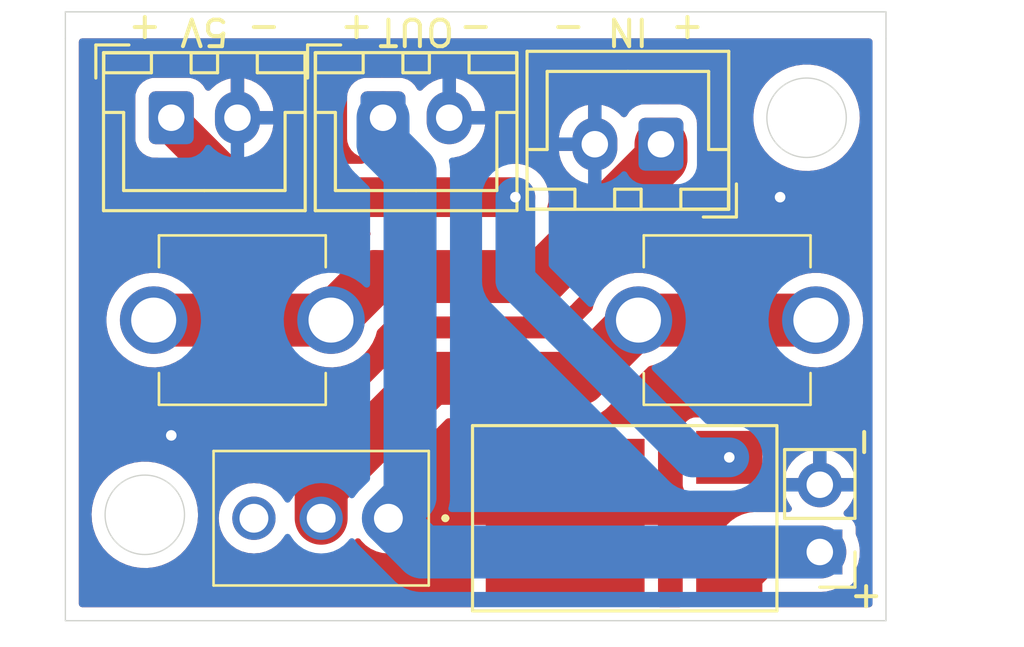
<source format=kicad_pcb>
(kicad_pcb (version 20211014) (generator pcbnew)
  (layers (0 "F.Cu" signal) (31 "B.Cu" signal) (34 "B.Paste" user) (35 "F.Paste" user) (36 "B.SilkS" user "B.Silkscreen") (37 "F.SilkS" user "F.Silkscreen") (38 "B.Mask" user) (39 "F.Mask" user) (44 "Edge.Cuts" user))
  (net 0 "")
  (net 1 "Net-(J2-Pad1)")
  (net 2 "Net-(J3-Pad1)")
  (net 3 "Net-(J1-Pad1)")
  (net 4 "Net-(J1-Pad2)")
  (net 5 "Net-(S1-Pad2)")
  (footprint "Connector_JST:JST_XH_B2B-XH-A_1x02_P2.50mm_Vertical" (layer "F.Cu") (at 118.5 73.5 180)
    (fp_text reference "J1")
    (fp_text value "Conn_01x02_Male")
    (fp_line (start 0.75 -1.7) (end 1.75 -1.7) (layer "F.SilkS") (width 0.12))
    (fp_line (start -1.6 -2.75) (end -2.85 -2.75) (layer "F.SilkS") (width 0.12))
    (fp_line (start -1.8 -0.2) (end -1.8 2.75) (layer "F.SilkS") (width 0.12))
    (fp_line (start -2.56 3.51) (end 5.06 3.51) (layer "F.SilkS") (width 0.12))
    (fp_line (start 4.3 2.75) (end 1.25 2.75) (layer "F.SilkS") (width 0.12))
    (fp_line (start 1.75 -2.45) (end 0.75 -2.45) (layer "F.SilkS") (width 0.12))
    (fp_line (start 5.05 -0.2) (end 4.3 -0.2) (layer "F.SilkS") (width 0.12))
    (fp_line (start 5.06 -2.46) (end -2.56 -2.46) (layer "F.SilkS") (width 0.12))
    (fp_line (start -0.75 -1.7) (end -0.75 -2.45) (layer "F.SilkS") (width 0.12))
    (fp_line (start -1.8 2.75) (end 1.25 2.75) (layer "F.SilkS") (width 0.12))
    (fp_line (start 3.25 -2.45) (end 3.25 -1.7) (layer "F.SilkS") (width 0.12))
    (fp_line (start -2.55 -1.7) (end -0.75 -1.7) (layer "F.SilkS") (width 0.12))
    (fp_line (start -0.75 -2.45) (end -2.55 -2.45) (layer "F.SilkS") (width 0.12))
    (fp_line (start -2.85 -2.75) (end -2.85 -1.5) (layer "F.SilkS") (width 0.12))
    (fp_line (start -2.55 -2.45) (end -2.55 -1.7) (layer "F.SilkS") (width 0.12))
    (fp_line (start 0.75 -2.45) (end 0.75 -1.7) (layer "F.SilkS") (width 0.12))
    (fp_line (start 5.05 -2.45) (end 3.25 -2.45) (layer "F.SilkS") (width 0.12))
    (fp_line (start -2.56 -2.46) (end -2.56 3.51) (layer "F.SilkS") (width 0.12))
    (fp_line (start 5.06 3.51) (end 5.06 -2.46) (layer "F.SilkS") (width 0.12))
    (fp_line (start 1.75 -1.7) (end 1.75 -2.45) (layer "F.SilkS") (width 0.12))
    (fp_line (start 5.05 -1.7) (end 5.05 -2.45) (layer "F.SilkS") (width 0.12))
    (fp_line (start 3.25 -1.7) (end 5.05 -1.7) (layer "F.SilkS") (width 0.12))
    (fp_line (start 4.3 -0.2) (end 4.3 2.75) (layer "F.SilkS") (width 0.12))
    (fp_line (start -2.55 -0.2) (end -1.8 -0.2) (layer "F.SilkS") (width 0.12))
    (pad "1" thru_hole roundrect locked (at 0 0 180) (size 1.7 2) (drill 1) (layers *.Cu *.Mask) (roundrect_rratio 0.1470588235) (net 3 "Net-(J1-Pad1)"))
    (pad "2" thru_hole oval locked (at 2.5 0 180) (size 1.7 2) (drill 1) (layers *.Cu *.Mask) (net 4 "Net-(J1-Pad2)"))
  )
  (footprint "Connector_JST:JST_XH_B2B-XH-A_1x02_P2.50mm_Vertical" (layer "F.Cu") (at 100 72.5)
    (fp_text reference "J2")
    (fp_text value "Conn_01x02_Female")
    (fp_line (start -1.8 -0.2) (end -1.8 2.75) (layer "F.SilkS") (width 0.12))
    (fp_line (start 3.25 -1.7) (end 5.05 -1.7) (layer "F.SilkS") (width 0.12))
    (fp_line (start -2.56 -2.46) (end -2.56 3.51) (layer "F.SilkS") (width 0.12))
    (fp_line (start 5.05 -1.7) (end 5.05 -2.45) (layer "F.SilkS") (width 0.12))
    (fp_line (start -2.85 -2.75) (end -2.85 -1.5) (layer "F.SilkS") (width 0.12))
    (fp_line (start 5.06 -2.46) (end -2.56 -2.46) (layer "F.SilkS") (width 0.12))
    (fp_line (start 3.25 -2.45) (end 3.25 -1.7) (layer "F.SilkS") (width 0.12))
    (fp_line (start -1.8 2.75) (end 1.25 2.75) (layer "F.SilkS") (width 0.12))
    (fp_line (start -2.56 3.51) (end 5.06 3.51) (layer "F.SilkS") (width 0.12))
    (fp_line (start 1.75 -1.7) (end 1.75 -2.45) (layer "F.SilkS") (width 0.12))
    (fp_line (start 5.06 3.51) (end 5.06 -2.46) (layer "F.SilkS") (width 0.12))
    (fp_line (start -0.75 -2.45) (end -2.55 -2.45) (layer "F.SilkS") (width 0.12))
    (fp_line (start -2.55 -2.45) (end -2.55 -1.7) (layer "F.SilkS") (width 0.12))
    (fp_line (start 4.3 2.75) (end 1.25 2.75) (layer "F.SilkS") (width 0.12))
    (fp_line (start 4.3 -0.2) (end 4.3 2.75) (layer "F.SilkS") (width 0.12))
    (fp_line (start -0.75 -1.7) (end -0.75 -2.45) (layer "F.SilkS") (width 0.12))
    (fp_line (start 5.05 -2.45) (end 3.25 -2.45) (layer "F.SilkS") (width 0.12))
    (fp_line (start -2.55 -1.7) (end -0.75 -1.7) (layer "F.SilkS") (width 0.12))
    (fp_line (start 1.75 -2.45) (end 0.75 -2.45) (layer "F.SilkS") (width 0.12))
    (fp_line (start 0.75 -1.7) (end 1.75 -1.7) (layer "F.SilkS") (width 0.12))
    (fp_line (start -1.6 -2.75) (end -2.85 -2.75) (layer "F.SilkS") (width 0.12))
    (fp_line (start -2.55 -0.2) (end -1.8 -0.2) (layer "F.SilkS") (width 0.12))
    (fp_line (start 5.05 -0.2) (end 4.3 -0.2) (layer "F.SilkS") (width 0.12))
    (fp_line (start 0.75 -2.45) (end 0.75 -1.7) (layer "F.SilkS") (width 0.12))
    (pad "1" thru_hole roundrect locked (at 0 0) (size 1.7 2) (drill 1) (layers *.Cu *.Mask) (roundrect_rratio 0.1470588235) (net 1 "Net-(J2-Pad1)"))
    (pad "2" thru_hole oval locked (at 2.5 0) (size 1.7 2) (drill 1) (layers *.Cu *.Mask) (net 4 "Net-(J1-Pad2)"))
  )
  (footprint "Connector_JST:JST_XH_B2B-XH-A_1x02_P2.50mm_Vertical" (layer "F.Cu") (at 108 72.5)
    (fp_text reference "J3")
    (fp_text value "Conn_01x02_Female")
    (fp_line (start 3.25 -1.7) (end 5.05 -1.7) (layer "F.SilkS") (width 0.12))
    (fp_line (start 5.05 -2.45) (end 3.25 -2.45) (layer "F.SilkS") (width 0.12))
    (fp_line (start -2.85 -2.75) (end -2.85 -1.5) (layer "F.SilkS") (width 0.12))
    (fp_line (start 0.75 -1.7) (end 1.75 -1.7) (layer "F.SilkS") (width 0.12))
    (fp_line (start 4.3 -0.2) (end 4.3 2.75) (layer "F.SilkS") (width 0.12))
    (fp_line (start 5.05 -1.7) (end 5.05 -2.45) (layer "F.SilkS") (width 0.12))
    (fp_line (start 4.3 2.75) (end 1.25 2.75) (layer "F.SilkS") (width 0.12))
    (fp_line (start 1.75 -2.45) (end 0.75 -2.45) (layer "F.SilkS") (width 0.12))
    (fp_line (start -2.56 -2.46) (end -2.56 3.51) (layer "F.SilkS") (width 0.12))
    (fp_line (start 3.25 -2.45) (end 3.25 -1.7) (layer "F.SilkS") (width 0.12))
    (fp_line (start -1.8 -0.2) (end -1.8 2.75) (layer "F.SilkS") (width 0.12))
    (fp_line (start 0.75 -2.45) (end 0.75 -1.7) (layer "F.SilkS") (width 0.12))
    (fp_line (start -2.56 3.51) (end 5.06 3.51) (layer "F.SilkS") (width 0.12))
    (fp_line (start -2.55 -2.45) (end -2.55 -1.7) (layer "F.SilkS") (width 0.12))
    (fp_line (start -0.75 -2.45) (end -2.55 -2.45) (layer "F.SilkS") (width 0.12))
    (fp_line (start -1.6 -2.75) (end -2.85 -2.75) (layer "F.SilkS") (width 0.12))
    (fp_line (start -0.75 -1.7) (end -0.75 -2.45) (layer "F.SilkS") (width 0.12))
    (fp_line (start -2.55 -1.7) (end -0.75 -1.7) (layer "F.SilkS") (width 0.12))
    (fp_line (start 5.05 -0.2) (end 4.3 -0.2) (layer "F.SilkS") (width 0.12))
    (fp_line (start 1.75 -1.7) (end 1.75 -2.45) (layer "F.SilkS") (width 0.12))
    (fp_line (start 5.06 3.51) (end 5.06 -2.46) (layer "F.SilkS") (width 0.12))
    (fp_line (start -2.55 -0.2) (end -1.8 -0.2) (layer "F.SilkS") (width 0.12))
    (fp_line (start 5.06 -2.46) (end -2.56 -2.46) (layer "F.SilkS") (width 0.12))
    (fp_line (start -1.8 2.75) (end 1.25 2.75) (layer "F.SilkS") (width 0.12))
    (pad "1" thru_hole roundrect locked (at 0 0) (size 1.7 2) (drill 1) (layers *.Cu *.Mask) (roundrect_rratio 0.1470588235) (net 2 "Net-(J3-Pad1)"))
    (pad "2" thru_hole oval locked (at 2.5 0) (size 1.7 2) (drill 1) (layers *.Cu *.Mask) (net 4 "Net-(J1-Pad2)"))
  )
  (footprint "SamacSys_Parts:2MS1T1B4M2QES" (layer "F.Cu") (at 108.2025 87.63 90)
    (fp_text reference "S1")
    (fp_text value "2MS1T1B4M2QES" hide)
    (fp_line (start -2.54 1.525) (end 2.54 1.525) (layer "F.SilkS") (width 0.1))
    (fp_line (start -2.54 -6.605) (end -2.54 1.525) (layer "F.SilkS") (width 0.1))
    (fp_line (start 0 2.1) (end 0 2.1) (layer "F.SilkS") (width 0.2))
    (fp_line (start 0 2.2) (end 0 2.2) (layer "F.SilkS") (width 0.2))
    (fp_line (start 2.54 -6.605) (end -2.54 -6.605) (layer "F.SilkS") (width 0.1))
    (fp_line (start 2.54 1.525) (end 2.54 -6.605) (layer "F.SilkS") (width 0.1))
    (fp_line (start 0 2.2) (end 0 2.2) (layer "F.SilkS") (width 0.2))
    (fp_arc (start 0 2.1) (mid 0.05 2.15) (end 0 2.2) (layer "F.SilkS") (width 0.2))
    (fp_arc (start 0 2.1) (mid 0.05 2.15) (end 0 2.2) (layer "F.SilkS") (width 0.2))
    (fp_arc (start 0 2.2) (mid -0.05 2.15) (end 0 2.1) (layer "F.SilkS") (width 0.2))
    (pad "1" thru_hole circle locked (at 0 0 90) (size 1.635 1.635) (drill 1.09) (layers *.Cu *.Mask) (net 2 "Net-(J3-Pad1)"))
    (pad "2" thru_hole circle locked (at 0 -2.54 90) (size 1.635 1.635) (drill 1.09) (layers *.Cu *.Mask) (net 5 "Net-(S1-Pad2)"))
    (pad "3" thru_hole circle locked (at 0 -5.08 90) (size 1.635 1.635) (drill 1.09) (layers *.Cu *.Mask))
  )
  (footprint "SamacSys_Parts:FUC03A" (layer "F.Cu") (at 99.335 80.145)
    (fp_text reference "U1")
    (fp_text value "FUC-03A" hide)
    (fp_line (start 0.2 -2) (end 0.2 -3.2) (layer "F.SilkS") (width 0.1))
    (fp_line (start 0.2 -3.2) (end 6.5 -3.2) (layer "F.SilkS") (width 0.1))
    (fp_line (start 0.2 3.2) (end 6.5 3.2) (layer "F.SilkS") (width 0.1))
    (fp_line (start 6.5 -3.2) (end 6.5 -2) (layer "F.SilkS") (width 0.1))
    (fp_line (start 0.2 2) (end 0.2 3.2) (layer "F.SilkS") (width 0.1))
    (fp_line (start 6.5 3.2) (end 6.5 2) (layer "F.SilkS") (width 0.1))
    (pad "1" thru_hole circle locked (at 0 0) (size 2.55 2.55) (drill 1.7) (layers *.Cu *.Mask) (net 3 "Net-(J1-Pad1)"))
    (pad "2" thru_hole circle locked (at 6.7 0) (size 2.55 2.55) (drill 1.7) (layers *.Cu *.Mask) (net 3 "Net-(J1-Pad1)"))
  )
  (footprint "SamacSys_Parts:FUC03A" (layer "F.Cu") (at 117.65 80.145)
    (fp_text reference "U2")
    (fp_text value "FUC-03A" hide)
    (fp_line (start 0.2 -2) (end 0.2 -3.2) (layer "F.SilkS") (width 0.1))
    (fp_line (start 0.2 -3.2) (end 6.5 -3.2) (layer "F.SilkS") (width 0.1))
    (fp_line (start 0.2 2) (end 0.2 3.2) (layer "F.SilkS") (width 0.1))
    (fp_line (start 0.2 3.2) (end 6.5 3.2) (layer "F.SilkS") (width 0.1))
    (fp_line (start 6.5 3.2) (end 6.5 2) (layer "F.SilkS") (width 0.1))
    (fp_line (start 6.5 -3.2) (end 6.5 -2) (layer "F.SilkS") (width 0.1))
    (pad "1" thru_hole circle locked (at 0 0) (size 2.55 2.55) (drill 1.7) (layers *.Cu *.Mask) (net 5 "Net-(S1-Pad2)"))
    (pad "2" thru_hole circle locked (at 6.7 0) (size 2.55 2.55) (drill 1.7) (layers *.Cu *.Mask) (net 5 "Net-(S1-Pad2)"))
  )
  (footprint "NJM7805SDL1:NJM7805SDL1" (layer "F.Cu") (at 116.88 87.63 90)
    (fp_text reference "U3")
    (fp_text value "NJM7805SDL1")
    (fp_line (start -3.5 -5.5) (end 3.5 -5.5) (layer "F.SilkS") (width 0.12))
    (fp_line (start -3.5 -5.5) (end -3.5 6) (layer "F.SilkS") (width 0.12))
    (fp_line (start -3.5 6) (end 3.5 6) (layer "F.SilkS") (width 0.12))
    (fp_line (start 3.5 6) (end 3.5 -5.5) (layer "F.SilkS") (width 0.12))
    (pad "1" smd rect locked (at -2.3 4.2 90) (size 2 2.5) (layers "F.Cu" "F.Paste" "F.Mask") (net 2 "Net-(J3-Pad1)"))
    (pad "2" smd rect locked (at 2.3 4.2 90) (size 2 2.5) (layers "F.Cu" "F.Paste" "F.Mask") (net 1 "Net-(J2-Pad1)"))
    (pad "3" smd rect locked (at 0 -2 90) (size 6 6) (layers "F.Cu" "F.Paste" "F.Mask") (net 4 "Net-(J1-Pad2)"))
  )
  (footprint "Connector_PinHeader_2.54mm:PinHeader_1x02_P2.54mm_Vertical" (layer "F.Cu") (at 124.5 88.905 180)
    (fp_text reference "J4")
    (fp_text value "Conn_01x02_Female")
    (fp_line (start -1.33 1.27) (end -1.33 3.87) (layer "F.SilkS") (width 0.12))
    (fp_line (start -1.33 3.87) (end 1.33 3.87) (layer "F.SilkS") (width 0.12))
    (fp_line (start -1.33 1.27) (end 1.33 1.27) (layer "F.SilkS") (width 0.12))
    (fp_line (start -1.33 -1.33) (end 0 -1.33) (layer "F.SilkS") (width 0.12))
    (fp_line (start -1.33 0) (end -1.33 -1.33) (layer "F.SilkS") (width 0.12))
    (fp_line (start 1.33 1.27) (end 1.33 3.87) (layer "F.SilkS") (width 0.12))
    (pad "1" thru_hole rect locked (at 0 0 180) (size 1.7 1.7) (drill 1) (layers *.Cu *.Mask) (net 2 "Net-(J3-Pad1)"))
    (pad "2" thru_hole oval locked (at 0 2.54 180) (size 1.7 1.7) (drill 1) (layers *.Cu *.Mask) (net 4 "Net-(J1-Pad2)"))
  )
  (gr_circle (center 124 72.5) (end 124 74) (layer "Edge.Cuts") (width 0.05) (fill none))
  (gr_line (start 127 69.5) (end 127 68.5) (layer "Edge.Cuts") (width 0.05))
  (gr_line (start 96 69.5) (end 96 91.5) (layer "Edge.Cuts") (width 0.05))
  (gr_circle (center 99 87.5) (end 99 89) (layer "Edge.Cuts") (width 0.05) (fill none))
  (gr_line (start 96 68.5) (end 96 69.5) (layer "Edge.Cuts") (width 0.05))
  (gr_line (start 127 68.5) (end 96 68.5) (layer "Edge.Cuts") (width 0.05))
  (gr_line (start 127 91.5) (end 127 69.5) (layer "Edge.Cuts") (width 0.05))
  (gr_line (start 96 91.5) (end 127 91.5) (layer "Edge.Cuts") (width 0.05))
  (gr_text "-\n" (at 111.5 69) (layer "F.SilkS") (effects (font (size 1 1))))
  (gr_text "5V" (at 101.25 69.25 180) (layer "F.SilkS") (effects (font (size 1 1))))
  (gr_text "-\n" (at 115 69) (layer "F.SilkS") (effects (font (size 1 1))))
  (gr_text "+" (at 99 69) (layer "F.SilkS") (effects (font (size 1 1))))
  (gr_text "+" (at 119.5 69) (layer "F.SilkS") (effects (font (size 1 1))))
  (gr_text "IN" (at 117.25 69.25 180) (layer "F.SilkS") (effects (font (size 1 1))))
  (gr_text "+" (at 126.25 90.5) (layer "F.SilkS") (effects (font (size 1 1))))
  (gr_text "-" (at 126.25 84.75 270) (layer "F.SilkS") (effects (font (size 1 1))))
  (gr_text "OUT\n" (at 109.25 69.25 180) (layer "F.SilkS") (effects (font (size 1 1))))
  (gr_text "-\n" (at 103.5 69) (layer "F.SilkS") (effects (font (size 1 1))))
  (gr_text "+\n" (at 107 69) (layer "F.SilkS") (effects (font (size 1 1))))
  (segment (start 100 72.5) (end 100 72.694905) (width 1.5) (layer "F.Cu") (net 1))
  (segment (start 100 72.694905) (end 102.805095 75.5) (width 1.5) (layer "F.Cu") (net 1))
  (segment (start 102.805095 75.5) (end 113 75.5) (width 1.5) (layer "F.Cu") (net 1))
  (via (at 121.08 85.33) (size 0.8) (drill 0.4) (layers "F.Cu" "B.Cu") (net 1))
  (via (at 113 75.5) (size 0.8) (drill 0.4) (layers "F.Cu" "B.Cu") (net 1))
  (segment (start 113 75.5) (end 113 78.640935) (width 1.5) (layer "B.Cu") (net 1))
  (segment (start 119.689065 85.33) (end 121.08 85.33) (width 1.5) (layer "B.Cu") (net 1))
  (segment (start 113 78.640935) (end 119.689065 85.33) (width 1.5) (layer "B.Cu") (net 1))
  (segment (start 124.5 88.905) (end 122.105 88.905) (width 2) (layer "F.Cu") (net 2))
  (segment (start 122.105 88.905) (end 121.08 89.93) (width 2) (layer "F.Cu") (net 2))
  (segment (start 109.02 86.8125) (end 109.02 74.52) (width 2) (layer "B.Cu") (net 2))
  (segment (start 108 73.5) (end 108 72.5) (width 2) (layer "B.Cu") (net 2))
  (segment (start 109.02 74.52) (end 108 73.5) (width 2) (layer "B.Cu") (net 2))
  (segment (start 124.5 88.905) (end 109.4775 88.905) (width 2) (layer "B.Cu") (net 2))
  (segment (start 108.2025 87.63) (end 109.02 86.8125) (width 2) (layer "B.Cu") (net 2))
  (segment (start 109.4775 88.905) (end 108.2025 87.63) (width 2) (layer "B.Cu") (net 2))
  (segment (start 106.035 80.145) (end 99.335 80.145) (width 2) (layer "F.Cu") (net 3))
  (segment (start 107.68 78.5) (end 114.048458 78.5) (width 2) (layer "F.Cu") (net 3))
  (segment (start 118.5 74.048458) (end 118.5 73.5) (width 2) (layer "F.Cu") (net 3))
  (segment (start 106.035 80.145) (end 107.68 78.5) (width 2) (layer "F.Cu") (net 3))
  (segment (start 114.048458 78.5) (end 118.5 74.048458) (width 2) (layer "F.Cu") (net 3))
  (via (at 100 84.5) (size 0.8) (drill 0.4) (layers "F.Cu" "B.Cu") (net 4))
  (via (at 123 75.5) (size 0.8) (drill 0.4) (layers "F.Cu" "B.Cu") (net 4))
  (segment (start 109.791861 82.34452) (end 105.6625 86.473881) (width 2) (layer "F.Cu") (net 5))
  (segment (start 105.6625 86.473881) (end 105.6625 87.63) (width 2) (layer "F.Cu") (net 5))
  (segment (start 115.45048 82.34452) (end 109.791861 82.34452) (width 2) (layer "F.Cu") (net 5))
  (segment (start 117.65 80.145) (end 124.35 80.145) (width 2) (layer "F.Cu") (net 5))
  (segment (start 117.65 80.145) (end 115.45048 82.34452) (width 2) (layer "F.Cu") (net 5))
  (zone (net 4) (net_name "Net-(J1-Pad2)") (layers F&B.Cu) (connect_pads (clearance 0.508)) (min_thickness 0.254) (fill yes (thermal_gap 0.508) (thermal_bridge_width 0.508))
    (polygon (pts (xy 127 91.5) (xy 96 91.5) (xy 96 69.5) (xy 127 69.5)))
  )
)
</source>
